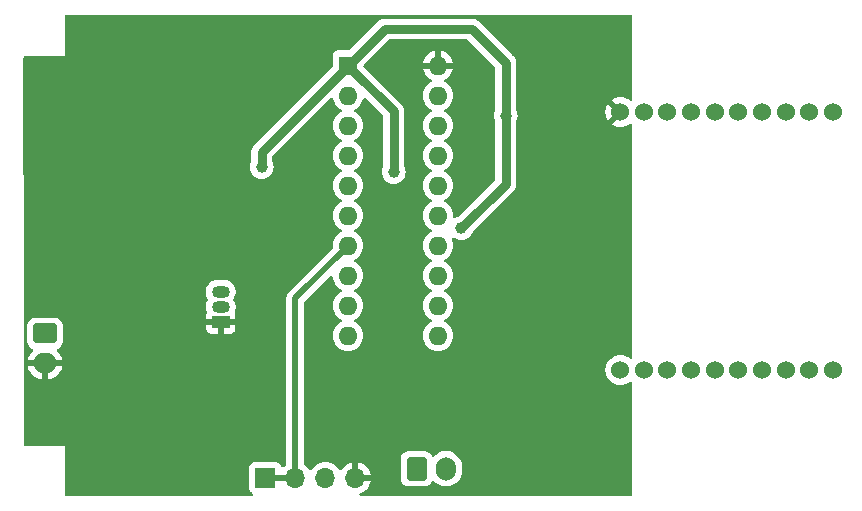
<source format=gbl>
G04 #@! TF.GenerationSoftware,KiCad,Pcbnew,8.0.6*
G04 #@! TF.CreationDate,2025-02-13T22:05:00-07:00*
G04 #@! TF.ProjectId,PACS_1.0,50414353-5f31-42e3-902e-6b696361645f,rev?*
G04 #@! TF.SameCoordinates,Original*
G04 #@! TF.FileFunction,Copper,L2,Bot*
G04 #@! TF.FilePolarity,Positive*
%FSLAX46Y46*%
G04 Gerber Fmt 4.6, Leading zero omitted, Abs format (unit mm)*
G04 Created by KiCad (PCBNEW 8.0.6) date 2025-02-13 22:05:00*
%MOMM*%
%LPD*%
G01*
G04 APERTURE LIST*
G04 Aperture macros list*
%AMRoundRect*
0 Rectangle with rounded corners*
0 $1 Rounding radius*
0 $2 $3 $4 $5 $6 $7 $8 $9 X,Y pos of 4 corners*
0 Add a 4 corners polygon primitive as box body*
4,1,4,$2,$3,$4,$5,$6,$7,$8,$9,$2,$3,0*
0 Add four circle primitives for the rounded corners*
1,1,$1+$1,$2,$3*
1,1,$1+$1,$4,$5*
1,1,$1+$1,$6,$7*
1,1,$1+$1,$8,$9*
0 Add four rect primitives between the rounded corners*
20,1,$1+$1,$2,$3,$4,$5,0*
20,1,$1+$1,$4,$5,$6,$7,0*
20,1,$1+$1,$6,$7,$8,$9,0*
20,1,$1+$1,$8,$9,$2,$3,0*%
G04 Aperture macros list end*
G04 #@! TA.AperFunction,ComponentPad*
%ADD10R,1.500000X1.050000*%
G04 #@! TD*
G04 #@! TA.AperFunction,ComponentPad*
%ADD11O,1.500000X1.050000*%
G04 #@! TD*
G04 #@! TA.AperFunction,ComponentPad*
%ADD12R,1.600000X1.600000*%
G04 #@! TD*
G04 #@! TA.AperFunction,ComponentPad*
%ADD13O,1.600000X1.600000*%
G04 #@! TD*
G04 #@! TA.AperFunction,ComponentPad*
%ADD14R,1.700000X1.700000*%
G04 #@! TD*
G04 #@! TA.AperFunction,ComponentPad*
%ADD15O,1.700000X1.700000*%
G04 #@! TD*
G04 #@! TA.AperFunction,ComponentPad*
%ADD16RoundRect,0.250000X-0.750000X0.600000X-0.750000X-0.600000X0.750000X-0.600000X0.750000X0.600000X0*%
G04 #@! TD*
G04 #@! TA.AperFunction,ComponentPad*
%ADD17O,2.000000X1.700000*%
G04 #@! TD*
G04 #@! TA.AperFunction,ComponentPad*
%ADD18RoundRect,0.250000X-0.600000X-0.750000X0.600000X-0.750000X0.600000X0.750000X-0.600000X0.750000X0*%
G04 #@! TD*
G04 #@! TA.AperFunction,ComponentPad*
%ADD19O,1.700000X2.000000*%
G04 #@! TD*
G04 #@! TA.AperFunction,ComponentPad*
%ADD20C,1.524000*%
G04 #@! TD*
G04 #@! TA.AperFunction,ViaPad*
%ADD21C,0.600000*%
G04 #@! TD*
G04 #@! TA.AperFunction,ViaPad*
%ADD22C,1.000000*%
G04 #@! TD*
G04 #@! TA.AperFunction,Conductor*
%ADD23C,0.750000*%
G04 #@! TD*
G04 #@! TA.AperFunction,Conductor*
%ADD24C,0.500000*%
G04 #@! TD*
G04 APERTURE END LIST*
D10*
X160925000Y-96020000D03*
D11*
X160925000Y-94750000D03*
X160925000Y-93480000D03*
D12*
X171700000Y-74325000D03*
D13*
X171700000Y-76865000D03*
X171700000Y-79405000D03*
X171700000Y-81945000D03*
X171700000Y-84485000D03*
X171700000Y-87025000D03*
X171700000Y-89565000D03*
X171700000Y-92105000D03*
X171700000Y-94645000D03*
X171700000Y-97185000D03*
X179320000Y-97185000D03*
X179320000Y-94645000D03*
X179320000Y-92105000D03*
X179320000Y-89565000D03*
X179320000Y-87025000D03*
X179320000Y-84485000D03*
X179320000Y-81945000D03*
X179320000Y-79405000D03*
X179320000Y-76865000D03*
X179320000Y-74325000D03*
D14*
X164700000Y-109225000D03*
D15*
X167240000Y-109225000D03*
X169780000Y-109225000D03*
X172320000Y-109225000D03*
D16*
X146050000Y-97000000D03*
D17*
X146050000Y-99500000D03*
D18*
X177500000Y-108450000D03*
D19*
X180000000Y-108450000D03*
D20*
X212750000Y-78250000D03*
X210750000Y-78250000D03*
X208750000Y-78250000D03*
X206750000Y-78250000D03*
X204750000Y-78250000D03*
X202750000Y-78250000D03*
X200750000Y-78250000D03*
X198750000Y-78250000D03*
X196750000Y-78250000D03*
X194750000Y-78250000D03*
X194750000Y-100094000D03*
X196750000Y-100094000D03*
X198750000Y-100094000D03*
X200750000Y-100094000D03*
X202750000Y-100094000D03*
X204750000Y-100094000D03*
X206750000Y-100094000D03*
X208750000Y-100094000D03*
X210750000Y-100094000D03*
X212750000Y-100094000D03*
D21*
X183250000Y-109800000D03*
X175650000Y-105550000D03*
X185525000Y-100825000D03*
X191250000Y-99850000D03*
X165150000Y-75800000D03*
X153300000Y-89800000D03*
X156574169Y-98500000D03*
X161150000Y-86200000D03*
X182025000Y-101875000D03*
X153100000Y-107850000D03*
X176500000Y-101350000D03*
X146061436Y-93864838D03*
X157050000Y-94650000D03*
X150775000Y-105750000D03*
X163425000Y-98975000D03*
X187825000Y-103025000D03*
X187850000Y-108650000D03*
X157650000Y-110150000D03*
X153300000Y-88650000D03*
X161150000Y-83950000D03*
X161050000Y-103450000D03*
X169000000Y-80950000D03*
X173800000Y-92225000D03*
X164600000Y-98975000D03*
X160000000Y-83950000D03*
X177250000Y-97850000D03*
X151925000Y-105750000D03*
X166550000Y-87900000D03*
X153075000Y-105750000D03*
X147195412Y-86168778D03*
X168650000Y-87900000D03*
X166100000Y-81800000D03*
X147850000Y-74350000D03*
X169000000Y-78950000D03*
X159950000Y-104600000D03*
X164600000Y-101150000D03*
X162800000Y-72850000D03*
X152500000Y-73050000D03*
X191650000Y-79200000D03*
X190500000Y-77050000D03*
X184400000Y-106350000D03*
X165700000Y-100125000D03*
X169900000Y-106700000D03*
X165350000Y-86600000D03*
X178350000Y-99000000D03*
X193875000Y-82450000D03*
X174300000Y-100325000D03*
X164025000Y-70850000D03*
X183250000Y-108650000D03*
X145075000Y-101350000D03*
X146225000Y-105750000D03*
X161050000Y-102500000D03*
X156500000Y-110150000D03*
X184375000Y-104175000D03*
X186300000Y-86850000D03*
X162850000Y-79600000D03*
X155375000Y-103450000D03*
X180878892Y-98562928D03*
X162800000Y-70850000D03*
X182025000Y-100825000D03*
X160600000Y-82900000D03*
X151950000Y-109000000D03*
X184400000Y-108650000D03*
X144600000Y-79631222D03*
X157625000Y-103450000D03*
X148200000Y-99500000D03*
X146061436Y-91664838D03*
X165700000Y-97825000D03*
X146061436Y-95014838D03*
X144600000Y-74381222D03*
X162200000Y-107850000D03*
X152500000Y-78200000D03*
X146045412Y-87218778D03*
X160500000Y-70850000D03*
X144595412Y-75400000D03*
X180875000Y-99700000D03*
X180900000Y-100825000D03*
X151925000Y-104600000D03*
X177250000Y-86800000D03*
X157700000Y-86200000D03*
X149423072Y-92826866D03*
X190100000Y-101875000D03*
X150275000Y-71900000D03*
X168475000Y-70850000D03*
X195025000Y-81400000D03*
X163425000Y-97825000D03*
X164600000Y-100125000D03*
X193550000Y-108650000D03*
X148273072Y-92826866D03*
X168800000Y-106700000D03*
X177250000Y-88975000D03*
X191300000Y-71000000D03*
X144911436Y-93864838D03*
X177250000Y-82200000D03*
X153650000Y-71900000D03*
X161750000Y-79600000D03*
X144895412Y-85118778D03*
X159950000Y-107850000D03*
X176500000Y-102500000D03*
X193875000Y-84750000D03*
X154795412Y-80268778D03*
X190100000Y-108650000D03*
X153300000Y-90950000D03*
X168650000Y-86750000D03*
X175650000Y-107850000D03*
X160750000Y-88650000D03*
X147375000Y-103450000D03*
X175400000Y-102500000D03*
X170000000Y-78950000D03*
X192725000Y-82450000D03*
X185550000Y-108650000D03*
X165850000Y-92250000D03*
X153650000Y-79250000D03*
X156525000Y-105750000D03*
X187825000Y-100825000D03*
X158300000Y-79600000D03*
X148273072Y-93876866D03*
X176125000Y-74450000D03*
X183175000Y-101875000D03*
X150800000Y-106700000D03*
X185550000Y-106350000D03*
X192725000Y-83600000D03*
X148500000Y-109000000D03*
X191250000Y-105325000D03*
X170000000Y-81950000D03*
X194700000Y-103025000D03*
X161150000Y-87350000D03*
X151925000Y-103450000D03*
X173200000Y-101350000D03*
X147211436Y-90614838D03*
X194750000Y-72200000D03*
X147195412Y-85118778D03*
X158850000Y-85100000D03*
X151950000Y-110150000D03*
X192400000Y-100825000D03*
X183227265Y-99848703D03*
X150573072Y-93876866D03*
X151350000Y-71900000D03*
X162850000Y-82900000D03*
X186850000Y-94075000D03*
X173800000Y-85650000D03*
X161750000Y-77300000D03*
X186675000Y-104175000D03*
X153650000Y-70850000D03*
X187450000Y-86850000D03*
X145745412Y-75400000D03*
X158800000Y-107850000D03*
X163300000Y-87750000D03*
X149125000Y-70850000D03*
X177250000Y-84500000D03*
X181550000Y-75200000D03*
X156500000Y-106700000D03*
X156525000Y-103450000D03*
X160600000Y-81750000D03*
X188950000Y-105325000D03*
X153645412Y-80268778D03*
X192400000Y-101875000D03*
X194700000Y-105325000D03*
X158800000Y-109000000D03*
X175650000Y-106700000D03*
X168800000Y-105550000D03*
X158300000Y-82900000D03*
X193525000Y-71000000D03*
X162200000Y-102300000D03*
X151950000Y-106700000D03*
X174300000Y-101350000D03*
X150350000Y-80600000D03*
X150800000Y-107850000D03*
X193875000Y-83600000D03*
X184375000Y-103025000D03*
X186675000Y-72150000D03*
X190500000Y-80250000D03*
X192400000Y-99850000D03*
X186675000Y-100825000D03*
X167325000Y-70850000D03*
X150800000Y-110150000D03*
X188950000Y-107500000D03*
X155375000Y-105750000D03*
X159050000Y-92350000D03*
X188950000Y-103025000D03*
X173800000Y-97850000D03*
X184450000Y-71000000D03*
X153645412Y-77168778D03*
X154200000Y-106700000D03*
X182375000Y-90950000D03*
X175350000Y-100350000D03*
X185527265Y-99848703D03*
X169900000Y-102300000D03*
X150350000Y-79750000D03*
X169950000Y-77850000D03*
X159950000Y-103450000D03*
X146061436Y-90614838D03*
X152495412Y-77168778D03*
X158850000Y-83950000D03*
X187450000Y-85025000D03*
X162250000Y-91450000D03*
X152500000Y-70850000D03*
X187850000Y-106350000D03*
X163450000Y-106700000D03*
X148525000Y-105750000D03*
X164000000Y-80100000D03*
X165700000Y-101150000D03*
X168800000Y-101150000D03*
X153100000Y-110150000D03*
X158200000Y-71900000D03*
X173800000Y-95550000D03*
X161050000Y-109000000D03*
X144911436Y-90614838D03*
X155375000Y-104600000D03*
X185550000Y-109800000D03*
X173800000Y-94400000D03*
X159450000Y-81750000D03*
X159950000Y-105750000D03*
X153000000Y-99800000D03*
X193550000Y-106350000D03*
X145750000Y-79631222D03*
X150775000Y-103450000D03*
X174450000Y-107850000D03*
X190100000Y-107500000D03*
X184400000Y-105350000D03*
X154825000Y-71900000D03*
X167550000Y-89000000D03*
X165850000Y-93400000D03*
X173350000Y-106700000D03*
X157050000Y-92350000D03*
X154200000Y-109000000D03*
X145750000Y-74381222D03*
X190500000Y-85825000D03*
X159450000Y-80600000D03*
X151350000Y-70850000D03*
X161050000Y-110150000D03*
X146061436Y-92714838D03*
X186675000Y-103025000D03*
X156500000Y-107850000D03*
X160500000Y-72850000D03*
X177250000Y-92225000D03*
X166300000Y-75800000D03*
X168800000Y-98975000D03*
X195025000Y-82450000D03*
X167550000Y-86750000D03*
X170000000Y-79950000D03*
X144895412Y-89518778D03*
X191250000Y-107500000D03*
X190100000Y-104175000D03*
X177250000Y-96700000D03*
X161750000Y-82900000D03*
X193550000Y-107500000D03*
X155838275Y-97695474D03*
X168800000Y-100125000D03*
X188050000Y-94075000D03*
X164600000Y-103450000D03*
X157625000Y-104600000D03*
X192725000Y-84750000D03*
X153650000Y-73050000D03*
X194700000Y-108650000D03*
X177250000Y-87825000D03*
X144595412Y-78600000D03*
X167050000Y-80950000D03*
X159050000Y-95650000D03*
X158057085Y-92357596D03*
X170675000Y-70850000D03*
X158050000Y-95650000D03*
X188050000Y-93200000D03*
X165700000Y-98975000D03*
X190500000Y-88125000D03*
X176125000Y-75550000D03*
X169550000Y-70850000D03*
X159950000Y-110150000D03*
X146045412Y-88368778D03*
X185525000Y-104175000D03*
X148500000Y-106700000D03*
X190500000Y-84750000D03*
X158300000Y-80600000D03*
X169900000Y-98975000D03*
X175400000Y-101350000D03*
X169750000Y-86750000D03*
X162850000Y-78450000D03*
X150300000Y-98450000D03*
X180725000Y-85775000D03*
X161750000Y-78450000D03*
X163450000Y-105550000D03*
X158057085Y-93475000D03*
X153650000Y-76150000D03*
X165700000Y-106700000D03*
X152495412Y-74068778D03*
X165150000Y-76800000D03*
X187825000Y-101875000D03*
X147375000Y-104600000D03*
X193875000Y-80250000D03*
X153645412Y-74068778D03*
X166250000Y-70850000D03*
X183175000Y-100825000D03*
X163575000Y-92250000D03*
X177250000Y-85650000D03*
X170000000Y-83950000D03*
X164000000Y-78950000D03*
X164000000Y-77800000D03*
X193550000Y-104175000D03*
X161900000Y-88650000D03*
X148500000Y-110150000D03*
X164600000Y-102300000D03*
X177250000Y-74450000D03*
X148200000Y-85100000D03*
X191650000Y-88125000D03*
X168800000Y-104400000D03*
X144600000Y-76531222D03*
X161050000Y-104600000D03*
X195025000Y-84750000D03*
X158775000Y-104600000D03*
X184400000Y-109800000D03*
X145075000Y-103450000D03*
X146225000Y-102400000D03*
X145075000Y-102400000D03*
X162150000Y-86600000D03*
X149650000Y-106700000D03*
X186700000Y-107500000D03*
X169550000Y-71950000D03*
X192400000Y-109800000D03*
X192725000Y-77050000D03*
X185700000Y-94075000D03*
X191250000Y-109800000D03*
X158775000Y-105750000D03*
X189100000Y-99800000D03*
X150800000Y-109000000D03*
X191650000Y-81400000D03*
X161650000Y-70850000D03*
X160000000Y-86200000D03*
X191650000Y-85825000D03*
X187050000Y-90600000D03*
X194700000Y-107500000D03*
X187450000Y-83325000D03*
X190500000Y-82450000D03*
X148200000Y-86150000D03*
X159450000Y-82900000D03*
X146704588Y-75481222D03*
X148525000Y-104600000D03*
X146700000Y-74350000D03*
X187450000Y-84150000D03*
X153100000Y-106700000D03*
X155350000Y-109000000D03*
X157650000Y-107850000D03*
X166300000Y-77800000D03*
X148200000Y-89500000D03*
X190100000Y-100825000D03*
X160600000Y-80600000D03*
X165175000Y-70850000D03*
X183250000Y-107500000D03*
X150775000Y-104600000D03*
X145750000Y-77581222D03*
X158200000Y-70850000D03*
X159950000Y-109000000D03*
X187850000Y-107500000D03*
X163300000Y-86600000D03*
X180950000Y-75950000D03*
X159350000Y-70850000D03*
X161050000Y-106700000D03*
X157050000Y-70850000D03*
X153300000Y-87600000D03*
X169900000Y-105550000D03*
X193550000Y-105325000D03*
X160600000Y-79600000D03*
X186700000Y-105350000D03*
X174950000Y-74450000D03*
X173800000Y-86800000D03*
X147195412Y-88368778D03*
X161750000Y-80600000D03*
X167550000Y-87900000D03*
X194700000Y-106350000D03*
X177250000Y-76700000D03*
X181225000Y-91825000D03*
X177250000Y-83350000D03*
X195025000Y-83600000D03*
X185550000Y-107500000D03*
X165700000Y-103450000D03*
X146225000Y-104600000D03*
X190100000Y-105325000D03*
X169900000Y-100125000D03*
X157700000Y-85100000D03*
X192725000Y-85775000D03*
X177250000Y-91075000D03*
X165350000Y-87750000D03*
X158850000Y-86200000D03*
X194700000Y-101875000D03*
X173800000Y-89925000D03*
X170000000Y-80950000D03*
X145750000Y-80681222D03*
X173800000Y-88975000D03*
X168000000Y-80950000D03*
X160000000Y-87350000D03*
X161050000Y-105750000D03*
X168800000Y-103450000D03*
X149350000Y-79750000D03*
X148500000Y-107850000D03*
X153650000Y-81300000D03*
X173200000Y-99175000D03*
X157050000Y-93500000D03*
X195025000Y-80250000D03*
X186675000Y-71000000D03*
X144900000Y-83050000D03*
X158775000Y-103450000D03*
X185525000Y-101875000D03*
X173200000Y-102500000D03*
X185700000Y-93200000D03*
X164000000Y-76800000D03*
X154800000Y-79250000D03*
X149250000Y-98450000D03*
X190025000Y-71000000D03*
X149650000Y-109000000D03*
X190500000Y-81400000D03*
X191250000Y-100825000D03*
X186700000Y-108650000D03*
X171825000Y-71950000D03*
X174450000Y-106700000D03*
X167000000Y-92250000D03*
X186300000Y-85025000D03*
X173800000Y-96700000D03*
X159450000Y-78450000D03*
X154225000Y-104600000D03*
X156500000Y-109000000D03*
X192400000Y-108650000D03*
X153300000Y-86550000D03*
X186700000Y-106350000D03*
X147211436Y-95014838D03*
X186300000Y-84150000D03*
X164350000Y-87750000D03*
X154800000Y-78200000D03*
X148200000Y-87200000D03*
X172900000Y-70850000D03*
X144911436Y-92714838D03*
X191250000Y-101875000D03*
X192725000Y-86975000D03*
X190100000Y-99850000D03*
X158057085Y-94625000D03*
X192400000Y-105325000D03*
X192400000Y-104175000D03*
X156600000Y-85100000D03*
X149430062Y-91654941D03*
X167450000Y-76800000D03*
X184375000Y-101875000D03*
X150573072Y-95026866D03*
X192400000Y-103025000D03*
X185525000Y-103025000D03*
X172175000Y-106700000D03*
X175650000Y-109000000D03*
X160600000Y-78450000D03*
X159450000Y-79600000D03*
X192725000Y-78050000D03*
X190100000Y-109800000D03*
X190500000Y-78050000D03*
X163425000Y-101150000D03*
X149675000Y-104600000D03*
X154200000Y-107850000D03*
X154225000Y-105750000D03*
X187850000Y-105350000D03*
X158300000Y-81750000D03*
X152500000Y-76150000D03*
X158300000Y-78450000D03*
X193525000Y-72150000D03*
X173800000Y-84500000D03*
X192400000Y-107500000D03*
X161650000Y-72850000D03*
X177250000Y-75550000D03*
X164600000Y-106700000D03*
X154200000Y-110150000D03*
X181025000Y-74350000D03*
X185600000Y-71000000D03*
X173800000Y-93375000D03*
X159050000Y-94625000D03*
X146225000Y-103450000D03*
X162200000Y-103450000D03*
X192400000Y-106350000D03*
X160500000Y-71900000D03*
X188950000Y-104175000D03*
X168800000Y-102300000D03*
X161050000Y-107850000D03*
X157700000Y-83950000D03*
X156600000Y-87350000D03*
X182050000Y-74450000D03*
X169000000Y-79950000D03*
X146750000Y-76500000D03*
X153075000Y-104600000D03*
X162200000Y-104600000D03*
X144895412Y-86168778D03*
X173800000Y-82200000D03*
X191300000Y-72150000D03*
X170675000Y-71950000D03*
X193875000Y-85775000D03*
X144895412Y-88368778D03*
X186300000Y-85975000D03*
X161650000Y-71900000D03*
X158800000Y-110150000D03*
X164600000Y-104400000D03*
X190500000Y-86975000D03*
X187850000Y-109800000D03*
X191650000Y-84750000D03*
X159050000Y-93475000D03*
X186275000Y-88750000D03*
X191650000Y-77050000D03*
X153075000Y-103450000D03*
X148200000Y-88350000D03*
X159950000Y-106700000D03*
X165700000Y-102300000D03*
X169900000Y-101150000D03*
X190100000Y-103025000D03*
X169000000Y-81950000D03*
X192450000Y-72150000D03*
X152500000Y-75100000D03*
X144895412Y-87218778D03*
X162200000Y-105750000D03*
X144600000Y-77581222D03*
X188950000Y-108650000D03*
X149650000Y-110150000D03*
X146045412Y-86168778D03*
X148525000Y-103450000D03*
X148450000Y-79750000D03*
X157650000Y-109000000D03*
X147195412Y-87218778D03*
X147211436Y-93864838D03*
X145745412Y-81700000D03*
X162850000Y-81750000D03*
X149125000Y-71900000D03*
X162200000Y-109000000D03*
X164600000Y-97825000D03*
X163425000Y-103450000D03*
X185350000Y-85975000D03*
X165700000Y-104400000D03*
X163450000Y-104400000D03*
X164750000Y-93400000D03*
X147375000Y-102400000D03*
X164350000Y-86600000D03*
X174450000Y-109000000D03*
X155350000Y-107850000D03*
X191650000Y-86975000D03*
X155975000Y-70850000D03*
X188950000Y-106350000D03*
X158850000Y-87350000D03*
X174300000Y-99175000D03*
X182375000Y-91825000D03*
X154100000Y-99800000D03*
X193875000Y-81400000D03*
X194800000Y-71025000D03*
X155350000Y-106700000D03*
X144911436Y-95014838D03*
X187450000Y-85975000D03*
X147375000Y-105750000D03*
X162200000Y-110150000D03*
X186700000Y-109800000D03*
X171825000Y-70850000D03*
X166300000Y-76800000D03*
X193550000Y-109800000D03*
X174300000Y-102500000D03*
X167450000Y-75800000D03*
X164000000Y-75800000D03*
X191250000Y-104175000D03*
X166550000Y-86750000D03*
X190500000Y-83600000D03*
X193550000Y-101875000D03*
X179650000Y-99700000D03*
X158300000Y-77300000D03*
X181675000Y-85775000D03*
X157625000Y-105750000D03*
X192725000Y-80250000D03*
X169900000Y-103450000D03*
X144900000Y-84100000D03*
X188950000Y-109800000D03*
X186675000Y-101875000D03*
X165700000Y-105550000D03*
X161750000Y-81750000D03*
X158200000Y-72850000D03*
X162850000Y-77300000D03*
X159350000Y-71900000D03*
X191650000Y-83600000D03*
X160600000Y-77300000D03*
X144595412Y-81700000D03*
X163425000Y-102300000D03*
X193550000Y-103025000D03*
X187800000Y-72150000D03*
X154225000Y-103450000D03*
X149350000Y-80600000D03*
X182025000Y-99700000D03*
X146050000Y-83050000D03*
X160250000Y-99750000D03*
X156600000Y-86200000D03*
X181225000Y-90950000D03*
X187825000Y-104175000D03*
X160000000Y-85100000D03*
X146045412Y-89518778D03*
X186300000Y-83325000D03*
X176125000Y-76700000D03*
X186500000Y-99850000D03*
X145750000Y-76531222D03*
X188950000Y-101875000D03*
X186850000Y-93200000D03*
X148450000Y-80600000D03*
X169900000Y-104400000D03*
X158800000Y-106700000D03*
X191650000Y-82450000D03*
X153100000Y-109000000D03*
X173800000Y-87825000D03*
X147211436Y-92714838D03*
X155350000Y-110150000D03*
X191650000Y-78050000D03*
X162550000Y-92800000D03*
X165150000Y-78950000D03*
X162800000Y-71900000D03*
X147854588Y-75481222D03*
X190500000Y-79200000D03*
X146050000Y-84100000D03*
X188950000Y-100825000D03*
X188950000Y-71000000D03*
X162200000Y-106700000D03*
X192725000Y-81400000D03*
X189200000Y-93200000D03*
X148216024Y-90596060D03*
X145075000Y-104600000D03*
X191250000Y-103025000D03*
X185350000Y-86850000D03*
X156525000Y-104600000D03*
X145745412Y-78600000D03*
X177250000Y-94400000D03*
X144600000Y-80681222D03*
X149423072Y-95026866D03*
X161150000Y-85100000D03*
X147195412Y-89518778D03*
X146225000Y-101350000D03*
X177250000Y-95550000D03*
X147211436Y-91664838D03*
X192725000Y-79200000D03*
X149423072Y-93876866D03*
X191650000Y-80250000D03*
X184377265Y-99848703D03*
X174950000Y-75550000D03*
X149675000Y-103450000D03*
X165150000Y-77800000D03*
X185600000Y-72150000D03*
X153650000Y-75100000D03*
X162850000Y-80600000D03*
X157050000Y-71900000D03*
X157425000Y-99000000D03*
X162150000Y-87750000D03*
X185550000Y-105350000D03*
X173800000Y-83350000D03*
X168000000Y-79950000D03*
X151950000Y-107850000D03*
X159350000Y-72850000D03*
X184375000Y-100825000D03*
X150573072Y-92826866D03*
X145075000Y-105750000D03*
X187800000Y-71000000D03*
X192450000Y-71000000D03*
X154800000Y-81300000D03*
X182375000Y-92775000D03*
X164600000Y-105550000D03*
X149650000Y-107850000D03*
X148273072Y-95026866D03*
X190025000Y-72150000D03*
X144911436Y-91664838D03*
X148200000Y-98450000D03*
X177250000Y-89925000D03*
X157650000Y-106700000D03*
X164750000Y-92250000D03*
X163425000Y-100125000D03*
X188950000Y-72150000D03*
X173200000Y-100325000D03*
X148280062Y-91654941D03*
X154825000Y-70850000D03*
X171075000Y-106700000D03*
X183250000Y-106350000D03*
X173825000Y-74450000D03*
X194700000Y-104175000D03*
X184400000Y-107500000D03*
X191250000Y-108650000D03*
X152500000Y-71900000D03*
X170000000Y-82950000D03*
X163575000Y-93400000D03*
X194700000Y-109800000D03*
X174450000Y-105550000D03*
X157700000Y-87350000D03*
X146045412Y-85118778D03*
X147375000Y-101350000D03*
X155975000Y-71900000D03*
X159450000Y-77300000D03*
X149250000Y-99500000D03*
X190100000Y-106350000D03*
X185475000Y-90625000D03*
X153650000Y-78200000D03*
X173800000Y-91075000D03*
X147200000Y-84100000D03*
X177250000Y-93375000D03*
X149675000Y-105750000D03*
X150275000Y-70850000D03*
X191250000Y-106350000D03*
D22*
X185050000Y-78550000D03*
X175575000Y-83325000D03*
X181300000Y-88100000D03*
X164400000Y-82900000D03*
D23*
X164400000Y-82900000D02*
X164450000Y-82850000D01*
X175575000Y-78200000D02*
X175575000Y-83325000D01*
X185050000Y-78550000D02*
X185050000Y-74100000D01*
X164400000Y-82900000D02*
X164400000Y-81625000D01*
X185050000Y-74100000D02*
X182175000Y-71225000D01*
X164400000Y-81625000D02*
X171700000Y-74325000D01*
X171700000Y-74325000D02*
X175575000Y-78200000D01*
X182175000Y-71225000D02*
X174800000Y-71225000D01*
X171425000Y-74325000D02*
X171700000Y-74325000D01*
X174800000Y-71225000D02*
X171700000Y-74325000D01*
X181300000Y-88100000D02*
X185050000Y-84350000D01*
X185050000Y-84350000D02*
X185050000Y-78550000D01*
D24*
X164700000Y-109225000D02*
X167240000Y-109225000D01*
X167240000Y-94025000D02*
X171700000Y-89565000D01*
X167240000Y-109225000D02*
X167240000Y-94025000D01*
G04 #@! TA.AperFunction,Conductor*
G36*
X195693039Y-70019685D02*
G01*
X195738794Y-70072489D01*
X195750000Y-70124000D01*
X195750000Y-77171388D01*
X195730315Y-77238427D01*
X195677511Y-77284182D01*
X195608353Y-77294126D01*
X195554876Y-77272963D01*
X195383409Y-77152900D01*
X195383407Y-77152899D01*
X195183284Y-77059580D01*
X195183270Y-77059575D01*
X194969986Y-77002426D01*
X194969976Y-77002424D01*
X194750001Y-76983179D01*
X194749999Y-76983179D01*
X194530023Y-77002424D01*
X194530013Y-77002426D01*
X194316729Y-77059575D01*
X194316720Y-77059579D01*
X194116590Y-77152901D01*
X194051811Y-77198258D01*
X194722553Y-77869000D01*
X194699840Y-77869000D01*
X194602939Y-77894964D01*
X194516060Y-77945124D01*
X194445124Y-78016060D01*
X194394964Y-78102939D01*
X194369000Y-78199840D01*
X194369000Y-78222553D01*
X193698258Y-77551811D01*
X193652901Y-77616590D01*
X193559579Y-77816720D01*
X193559575Y-77816729D01*
X193502426Y-78030013D01*
X193502424Y-78030023D01*
X193483179Y-78249999D01*
X193483179Y-78250000D01*
X193502424Y-78469976D01*
X193502426Y-78469986D01*
X193559575Y-78683270D01*
X193559580Y-78683284D01*
X193652898Y-78883405D01*
X193652901Y-78883411D01*
X193698258Y-78948187D01*
X193698259Y-78948188D01*
X194369000Y-78277447D01*
X194369000Y-78300160D01*
X194394964Y-78397061D01*
X194445124Y-78483940D01*
X194516060Y-78554876D01*
X194602939Y-78605036D01*
X194699840Y-78631000D01*
X194722551Y-78631000D01*
X194051810Y-79301740D01*
X194116590Y-79347099D01*
X194116592Y-79347100D01*
X194316715Y-79440419D01*
X194316729Y-79440424D01*
X194530013Y-79497573D01*
X194530023Y-79497575D01*
X194749999Y-79516821D01*
X194750001Y-79516821D01*
X194969976Y-79497575D01*
X194969986Y-79497573D01*
X195183270Y-79440424D01*
X195183284Y-79440419D01*
X195383407Y-79347100D01*
X195383417Y-79347094D01*
X195554876Y-79227037D01*
X195621082Y-79204709D01*
X195688849Y-79221719D01*
X195736663Y-79272666D01*
X195750000Y-79328611D01*
X195750000Y-99014776D01*
X195730315Y-99081815D01*
X195677511Y-99127570D01*
X195608353Y-99137514D01*
X195554877Y-99116351D01*
X195383666Y-98996468D01*
X195383662Y-98996466D01*
X195352172Y-98981782D01*
X195183450Y-98903106D01*
X195183447Y-98903105D01*
X195183445Y-98903104D01*
X194970070Y-98845930D01*
X194970062Y-98845929D01*
X194750002Y-98826677D01*
X194749998Y-98826677D01*
X194529937Y-98845929D01*
X194529929Y-98845930D01*
X194316554Y-98903104D01*
X194316548Y-98903107D01*
X194116340Y-98996465D01*
X194116338Y-98996466D01*
X193935377Y-99123175D01*
X193779175Y-99279377D01*
X193652466Y-99460338D01*
X193652465Y-99460340D01*
X193559107Y-99660548D01*
X193559104Y-99660554D01*
X193501930Y-99873929D01*
X193501929Y-99873937D01*
X193482677Y-100093997D01*
X193482677Y-100094002D01*
X193501929Y-100314062D01*
X193501930Y-100314070D01*
X193559104Y-100527445D01*
X193559105Y-100527447D01*
X193559106Y-100527450D01*
X193560166Y-100529723D01*
X193652466Y-100727662D01*
X193652468Y-100727666D01*
X193779170Y-100908615D01*
X193779175Y-100908621D01*
X193935378Y-101064824D01*
X193935384Y-101064829D01*
X194116333Y-101191531D01*
X194116335Y-101191532D01*
X194116338Y-101191534D01*
X194316550Y-101284894D01*
X194529932Y-101342070D01*
X194687123Y-101355822D01*
X194749998Y-101361323D01*
X194750000Y-101361323D01*
X194750002Y-101361323D01*
X194805017Y-101356509D01*
X194970068Y-101342070D01*
X195183450Y-101284894D01*
X195383662Y-101191534D01*
X195554878Y-101071647D01*
X195621083Y-101049321D01*
X195688850Y-101066331D01*
X195736663Y-101117279D01*
X195750000Y-101173223D01*
X195750000Y-110626000D01*
X195730315Y-110693039D01*
X195677511Y-110738794D01*
X195626000Y-110750000D01*
X172786498Y-110750000D01*
X172719459Y-110730315D01*
X172673704Y-110677511D01*
X172663760Y-110608353D01*
X172692785Y-110544797D01*
X172751563Y-110507023D01*
X172754404Y-110506225D01*
X172783485Y-110498432D01*
X172783492Y-110498429D01*
X172997578Y-110398600D01*
X173191082Y-110263105D01*
X173358105Y-110096082D01*
X173493600Y-109902578D01*
X173593429Y-109688492D01*
X173593432Y-109688486D01*
X173650636Y-109475000D01*
X172753012Y-109475000D01*
X172785925Y-109417993D01*
X172820000Y-109290826D01*
X172820000Y-109159174D01*
X172785925Y-109032007D01*
X172753012Y-108975000D01*
X173650636Y-108975000D01*
X173650635Y-108974999D01*
X173593432Y-108761513D01*
X173593429Y-108761507D01*
X173493600Y-108547422D01*
X173493599Y-108547420D01*
X173358113Y-108353926D01*
X173358108Y-108353920D01*
X173191082Y-108186894D01*
X172997578Y-108051399D01*
X172783492Y-107951570D01*
X172783486Y-107951567D01*
X172570000Y-107894364D01*
X172570000Y-108791988D01*
X172512993Y-108759075D01*
X172385826Y-108725000D01*
X172254174Y-108725000D01*
X172127007Y-108759075D01*
X172070000Y-108791988D01*
X172070000Y-107894364D01*
X172069999Y-107894364D01*
X171856513Y-107951567D01*
X171856507Y-107951570D01*
X171642422Y-108051399D01*
X171642420Y-108051400D01*
X171448926Y-108186886D01*
X171448920Y-108186891D01*
X171281891Y-108353920D01*
X171281890Y-108353922D01*
X171151880Y-108539595D01*
X171097303Y-108583219D01*
X171027804Y-108590412D01*
X170965450Y-108558890D01*
X170948730Y-108539594D01*
X170818494Y-108353597D01*
X170651402Y-108186506D01*
X170651395Y-108186501D01*
X170457834Y-108050967D01*
X170457830Y-108050965D01*
X170428521Y-108037298D01*
X170243663Y-107951097D01*
X170243659Y-107951096D01*
X170243655Y-107951094D01*
X170015413Y-107889938D01*
X170015403Y-107889936D01*
X169780001Y-107869341D01*
X169779999Y-107869341D01*
X169544596Y-107889936D01*
X169544586Y-107889938D01*
X169316344Y-107951094D01*
X169316335Y-107951098D01*
X169102171Y-108050964D01*
X169102169Y-108050965D01*
X168908597Y-108186505D01*
X168741505Y-108353597D01*
X168611575Y-108539158D01*
X168556998Y-108582783D01*
X168487500Y-108589977D01*
X168425145Y-108558454D01*
X168408425Y-108539158D01*
X168278494Y-108353597D01*
X168111404Y-108186507D01*
X168043375Y-108138872D01*
X167999751Y-108084294D01*
X167990500Y-108037298D01*
X167990500Y-107649983D01*
X176149500Y-107649983D01*
X176149500Y-109250001D01*
X176149501Y-109250018D01*
X176160000Y-109352796D01*
X176160001Y-109352799D01*
X176205894Y-109491294D01*
X176215186Y-109519334D01*
X176307288Y-109668656D01*
X176431344Y-109792712D01*
X176580666Y-109884814D01*
X176747203Y-109939999D01*
X176849991Y-109950500D01*
X178150008Y-109950499D01*
X178252797Y-109939999D01*
X178419334Y-109884814D01*
X178568656Y-109792712D01*
X178692712Y-109668656D01*
X178784814Y-109519334D01*
X178784814Y-109519331D01*
X178788178Y-109513879D01*
X178840126Y-109467154D01*
X178909088Y-109455931D01*
X178973170Y-109483774D01*
X178981398Y-109491294D01*
X179120213Y-109630109D01*
X179292179Y-109755048D01*
X179292181Y-109755049D01*
X179292184Y-109755051D01*
X179481588Y-109851557D01*
X179683757Y-109917246D01*
X179893713Y-109950500D01*
X179893714Y-109950500D01*
X180106286Y-109950500D01*
X180106287Y-109950500D01*
X180316243Y-109917246D01*
X180518412Y-109851557D01*
X180707816Y-109755051D01*
X180787673Y-109697032D01*
X180879786Y-109630109D01*
X180879788Y-109630106D01*
X180879792Y-109630104D01*
X181030104Y-109479792D01*
X181030106Y-109479788D01*
X181030109Y-109479786D01*
X181155048Y-109307820D01*
X181155047Y-109307820D01*
X181155051Y-109307816D01*
X181251557Y-109118412D01*
X181317246Y-108916243D01*
X181350500Y-108706287D01*
X181350500Y-108193713D01*
X181317246Y-107983757D01*
X181251557Y-107781588D01*
X181155051Y-107592184D01*
X181155049Y-107592181D01*
X181155048Y-107592179D01*
X181030109Y-107420213D01*
X180879786Y-107269890D01*
X180707820Y-107144951D01*
X180518414Y-107048444D01*
X180518413Y-107048443D01*
X180518412Y-107048443D01*
X180316243Y-106982754D01*
X180316241Y-106982753D01*
X180316240Y-106982753D01*
X180154957Y-106957208D01*
X180106287Y-106949500D01*
X179893713Y-106949500D01*
X179845042Y-106957208D01*
X179683760Y-106982753D01*
X179481585Y-107048444D01*
X179292179Y-107144951D01*
X179120215Y-107269889D01*
X178981398Y-107408706D01*
X178920075Y-107442190D01*
X178850383Y-107437206D01*
X178794450Y-107395334D01*
X178788178Y-107386120D01*
X178692712Y-107231344D01*
X178568657Y-107107289D01*
X178568656Y-107107288D01*
X178419334Y-107015186D01*
X178252797Y-106960001D01*
X178252795Y-106960000D01*
X178150010Y-106949500D01*
X176849998Y-106949500D01*
X176849981Y-106949501D01*
X176747203Y-106960000D01*
X176747200Y-106960001D01*
X176580668Y-107015185D01*
X176580663Y-107015187D01*
X176431342Y-107107289D01*
X176307289Y-107231342D01*
X176215187Y-107380663D01*
X176215185Y-107380668D01*
X176210325Y-107395334D01*
X176160001Y-107547203D01*
X176160001Y-107547204D01*
X176160000Y-107547204D01*
X176149500Y-107649983D01*
X167990500Y-107649983D01*
X167990500Y-94387228D01*
X168010185Y-94320189D01*
X168026814Y-94299552D01*
X170192568Y-92133797D01*
X170253891Y-92100313D01*
X170323583Y-92105297D01*
X170379516Y-92147169D01*
X170403777Y-92210671D01*
X170414364Y-92331687D01*
X170414366Y-92331694D01*
X170473258Y-92551488D01*
X170473261Y-92551497D01*
X170569431Y-92757732D01*
X170569432Y-92757734D01*
X170699954Y-92944141D01*
X170860858Y-93105045D01*
X170860861Y-93105047D01*
X171047266Y-93235568D01*
X171105275Y-93262618D01*
X171157714Y-93308791D01*
X171176866Y-93375984D01*
X171156650Y-93442865D01*
X171105275Y-93487382D01*
X171047267Y-93514431D01*
X171047265Y-93514432D01*
X170860858Y-93644954D01*
X170699954Y-93805858D01*
X170569432Y-93992265D01*
X170569431Y-93992267D01*
X170473261Y-94198502D01*
X170473258Y-94198511D01*
X170414366Y-94418302D01*
X170414364Y-94418313D01*
X170394532Y-94644998D01*
X170394532Y-94645001D01*
X170414364Y-94871686D01*
X170414366Y-94871697D01*
X170473258Y-95091488D01*
X170473261Y-95091497D01*
X170569431Y-95297732D01*
X170569432Y-95297734D01*
X170699954Y-95484141D01*
X170860858Y-95645045D01*
X170882216Y-95660000D01*
X171047266Y-95775568D01*
X171105275Y-95802618D01*
X171157714Y-95848791D01*
X171176866Y-95915984D01*
X171156650Y-95982865D01*
X171105275Y-96027382D01*
X171047267Y-96054431D01*
X171047265Y-96054432D01*
X170860858Y-96184954D01*
X170699954Y-96345858D01*
X170569432Y-96532265D01*
X170569431Y-96532267D01*
X170473261Y-96738502D01*
X170473258Y-96738511D01*
X170414366Y-96958302D01*
X170414364Y-96958313D01*
X170394532Y-97184998D01*
X170394532Y-97185001D01*
X170414364Y-97411686D01*
X170414366Y-97411697D01*
X170473258Y-97631488D01*
X170473261Y-97631497D01*
X170569431Y-97837732D01*
X170569432Y-97837734D01*
X170699954Y-98024141D01*
X170860858Y-98185045D01*
X170860861Y-98185047D01*
X171047266Y-98315568D01*
X171253504Y-98411739D01*
X171473308Y-98470635D01*
X171635230Y-98484801D01*
X171699998Y-98490468D01*
X171700000Y-98490468D01*
X171700002Y-98490468D01*
X171756673Y-98485509D01*
X171926692Y-98470635D01*
X172146496Y-98411739D01*
X172352734Y-98315568D01*
X172539139Y-98185047D01*
X172700047Y-98024139D01*
X172830568Y-97837734D01*
X172926739Y-97631496D01*
X172985635Y-97411692D01*
X173005468Y-97185000D01*
X172985635Y-96958308D01*
X172926739Y-96738504D01*
X172830568Y-96532266D01*
X172700047Y-96345861D01*
X172700045Y-96345858D01*
X172539141Y-96184954D01*
X172352734Y-96054432D01*
X172352728Y-96054429D01*
X172294725Y-96027382D01*
X172242285Y-95981210D01*
X172223133Y-95914017D01*
X172243348Y-95847135D01*
X172294725Y-95802618D01*
X172352734Y-95775568D01*
X172539139Y-95645047D01*
X172700047Y-95484139D01*
X172830568Y-95297734D01*
X172926739Y-95091496D01*
X172985635Y-94871692D01*
X173005468Y-94645000D01*
X172985635Y-94418308D01*
X172926739Y-94198504D01*
X172830568Y-93992266D01*
X172700047Y-93805861D01*
X172700045Y-93805858D01*
X172539141Y-93644954D01*
X172352734Y-93514432D01*
X172352728Y-93514429D01*
X172294725Y-93487382D01*
X172242285Y-93441210D01*
X172223133Y-93374017D01*
X172243348Y-93307135D01*
X172294725Y-93262618D01*
X172352734Y-93235568D01*
X172539139Y-93105047D01*
X172700047Y-92944139D01*
X172830568Y-92757734D01*
X172926739Y-92551496D01*
X172985635Y-92331692D01*
X173002634Y-92137384D01*
X173005468Y-92105001D01*
X173005468Y-92104998D01*
X172985635Y-91878313D01*
X172985635Y-91878308D01*
X172926739Y-91658504D01*
X172830568Y-91452266D01*
X172700047Y-91265861D01*
X172700045Y-91265858D01*
X172539141Y-91104954D01*
X172352734Y-90974432D01*
X172352728Y-90974429D01*
X172294725Y-90947382D01*
X172242285Y-90901210D01*
X172223133Y-90834017D01*
X172243348Y-90767135D01*
X172294725Y-90722618D01*
X172352734Y-90695568D01*
X172539139Y-90565047D01*
X172700047Y-90404139D01*
X172830568Y-90217734D01*
X172926739Y-90011496D01*
X172985635Y-89791692D01*
X173005468Y-89565000D01*
X172985635Y-89338308D01*
X172926739Y-89118504D01*
X172830568Y-88912266D01*
X172700047Y-88725861D01*
X172700045Y-88725858D01*
X172539141Y-88564954D01*
X172352734Y-88434432D01*
X172352728Y-88434429D01*
X172294725Y-88407382D01*
X172242285Y-88361210D01*
X172223133Y-88294017D01*
X172243348Y-88227135D01*
X172294725Y-88182618D01*
X172352734Y-88155568D01*
X172539139Y-88025047D01*
X172700047Y-87864139D01*
X172830568Y-87677734D01*
X172926739Y-87471496D01*
X172985635Y-87251692D01*
X173005468Y-87025000D01*
X172985635Y-86798308D01*
X172926739Y-86578504D01*
X172830568Y-86372266D01*
X172700047Y-86185861D01*
X172700045Y-86185858D01*
X172539141Y-86024954D01*
X172352734Y-85894432D01*
X172352728Y-85894429D01*
X172294725Y-85867382D01*
X172242285Y-85821210D01*
X172223133Y-85754017D01*
X172243348Y-85687135D01*
X172294725Y-85642618D01*
X172352734Y-85615568D01*
X172539139Y-85485047D01*
X172700047Y-85324139D01*
X172830568Y-85137734D01*
X172926739Y-84931496D01*
X172985635Y-84711692D01*
X173005468Y-84485000D01*
X172985635Y-84258308D01*
X172926739Y-84038504D01*
X172830568Y-83832266D01*
X172700047Y-83645861D01*
X172700045Y-83645858D01*
X172539141Y-83484954D01*
X172352734Y-83354432D01*
X172352728Y-83354429D01*
X172294725Y-83327382D01*
X172242285Y-83281210D01*
X172223133Y-83214017D01*
X172243348Y-83147135D01*
X172294725Y-83102618D01*
X172352734Y-83075568D01*
X172539139Y-82945047D01*
X172700047Y-82784139D01*
X172830568Y-82597734D01*
X172926739Y-82391496D01*
X172985635Y-82171692D01*
X173005468Y-81945000D01*
X172985635Y-81718308D01*
X172926739Y-81498504D01*
X172830568Y-81292266D01*
X172700047Y-81105861D01*
X172700045Y-81105858D01*
X172539141Y-80944954D01*
X172352734Y-80814432D01*
X172352728Y-80814429D01*
X172294725Y-80787382D01*
X172242285Y-80741210D01*
X172223133Y-80674017D01*
X172243348Y-80607135D01*
X172294725Y-80562618D01*
X172352734Y-80535568D01*
X172539139Y-80405047D01*
X172700047Y-80244139D01*
X172830568Y-80057734D01*
X172926739Y-79851496D01*
X172985635Y-79631692D01*
X173005468Y-79405000D01*
X172985635Y-79178308D01*
X172926739Y-78958504D01*
X172830568Y-78752266D01*
X172700047Y-78565861D01*
X172700045Y-78565858D01*
X172539141Y-78404954D01*
X172352734Y-78274432D01*
X172352728Y-78274429D01*
X172325038Y-78261517D01*
X172294724Y-78247381D01*
X172242285Y-78201210D01*
X172223133Y-78134017D01*
X172243348Y-78067135D01*
X172294725Y-78022618D01*
X172352734Y-77995568D01*
X172539139Y-77865047D01*
X172700047Y-77704139D01*
X172830568Y-77517734D01*
X172926739Y-77311496D01*
X172981381Y-77107564D01*
X173017744Y-77047908D01*
X173080591Y-77017378D01*
X173149967Y-77025672D01*
X173188836Y-77051980D01*
X174663181Y-78526325D01*
X174696666Y-78587648D01*
X174699500Y-78614006D01*
X174699500Y-82809469D01*
X174684858Y-82867922D01*
X174646188Y-82940267D01*
X174646186Y-82940272D01*
X174646186Y-82940273D01*
X174644738Y-82945047D01*
X174588975Y-83128870D01*
X174569659Y-83325000D01*
X174588975Y-83521129D01*
X174588976Y-83521132D01*
X174626811Y-83645858D01*
X174646188Y-83709733D01*
X174739086Y-83883532D01*
X174739090Y-83883539D01*
X174864116Y-84035883D01*
X175016460Y-84160909D01*
X175016467Y-84160913D01*
X175190266Y-84253811D01*
X175190269Y-84253811D01*
X175190273Y-84253814D01*
X175378868Y-84311024D01*
X175575000Y-84330341D01*
X175771132Y-84311024D01*
X175959727Y-84253814D01*
X176133538Y-84160910D01*
X176285883Y-84035883D01*
X176410910Y-83883538D01*
X176489819Y-83735910D01*
X176503811Y-83709733D01*
X176503811Y-83709732D01*
X176503814Y-83709727D01*
X176561024Y-83521132D01*
X176580341Y-83325000D01*
X176561024Y-83128868D01*
X176503814Y-82940273D01*
X176465142Y-82867922D01*
X176450500Y-82809469D01*
X176450500Y-78113768D01*
X176450499Y-78113766D01*
X176441553Y-78068791D01*
X176416855Y-77944626D01*
X176416853Y-77944621D01*
X176350861Y-77785301D01*
X176350854Y-77785288D01*
X176255046Y-77641902D01*
X176229483Y-77616339D01*
X176133099Y-77519955D01*
X173036818Y-74423674D01*
X173003333Y-74362351D01*
X173000499Y-74335993D01*
X173000499Y-74314006D01*
X173020184Y-74246967D01*
X173036818Y-74226325D01*
X175126325Y-72136819D01*
X175187648Y-72103334D01*
X175214006Y-72100500D01*
X181760994Y-72100500D01*
X181828033Y-72120185D01*
X181848675Y-72136819D01*
X184138181Y-74426325D01*
X184171666Y-74487648D01*
X184174500Y-74514006D01*
X184174500Y-78034469D01*
X184159858Y-78092922D01*
X184121188Y-78165267D01*
X184063975Y-78353870D01*
X184044659Y-78550000D01*
X184063975Y-78746129D01*
X184121187Y-78934730D01*
X184159858Y-79007076D01*
X184174500Y-79065530D01*
X184174500Y-83935993D01*
X184154815Y-84003032D01*
X184138181Y-84023674D01*
X181045462Y-87116392D01*
X180993777Y-87147371D01*
X180915271Y-87171186D01*
X180799771Y-87232922D01*
X180731368Y-87247164D01*
X180666124Y-87222164D01*
X180624754Y-87165859D01*
X180617790Y-87112756D01*
X180625468Y-87025000D01*
X180625468Y-87024998D01*
X180605635Y-86798313D01*
X180605635Y-86798308D01*
X180546739Y-86578504D01*
X180450568Y-86372266D01*
X180320047Y-86185861D01*
X180320045Y-86185858D01*
X180159141Y-86024954D01*
X179972734Y-85894432D01*
X179972728Y-85894429D01*
X179914725Y-85867382D01*
X179862285Y-85821210D01*
X179843133Y-85754017D01*
X179863348Y-85687135D01*
X179914725Y-85642618D01*
X179972734Y-85615568D01*
X180159139Y-85485047D01*
X180320047Y-85324139D01*
X180450568Y-85137734D01*
X180546739Y-84931496D01*
X180605635Y-84711692D01*
X180625468Y-84485000D01*
X180605635Y-84258308D01*
X180546739Y-84038504D01*
X180450568Y-83832266D01*
X180320047Y-83645861D01*
X180320045Y-83645858D01*
X180159141Y-83484954D01*
X179972734Y-83354432D01*
X179972728Y-83354429D01*
X179914725Y-83327382D01*
X179862285Y-83281210D01*
X179843133Y-83214017D01*
X179863348Y-83147135D01*
X179914725Y-83102618D01*
X179972734Y-83075568D01*
X180159139Y-82945047D01*
X180320047Y-82784139D01*
X180450568Y-82597734D01*
X180546739Y-82391496D01*
X180605635Y-82171692D01*
X180625468Y-81945000D01*
X180605635Y-81718308D01*
X180546739Y-81498504D01*
X180450568Y-81292266D01*
X180320047Y-81105861D01*
X180320045Y-81105858D01*
X180159141Y-80944954D01*
X179972734Y-80814432D01*
X179972728Y-80814429D01*
X179914725Y-80787382D01*
X179862285Y-80741210D01*
X179843133Y-80674017D01*
X179863348Y-80607135D01*
X179914725Y-80562618D01*
X179972734Y-80535568D01*
X180159139Y-80405047D01*
X180320047Y-80244139D01*
X180450568Y-80057734D01*
X180546739Y-79851496D01*
X180605635Y-79631692D01*
X180625468Y-79405000D01*
X180605635Y-79178308D01*
X180546739Y-78958504D01*
X180450568Y-78752266D01*
X180320047Y-78565861D01*
X180320045Y-78565858D01*
X180159141Y-78404954D01*
X179972734Y-78274432D01*
X179972728Y-78274429D01*
X179945038Y-78261517D01*
X179914724Y-78247381D01*
X179862285Y-78201210D01*
X179843133Y-78134017D01*
X179863348Y-78067135D01*
X179914725Y-78022618D01*
X179972734Y-77995568D01*
X180159139Y-77865047D01*
X180320047Y-77704139D01*
X180450568Y-77517734D01*
X180546739Y-77311496D01*
X180605635Y-77091692D01*
X180622634Y-76897384D01*
X180625468Y-76865001D01*
X180625468Y-76864998D01*
X180605635Y-76638313D01*
X180605635Y-76638308D01*
X180546739Y-76418504D01*
X180450568Y-76212266D01*
X180320047Y-76025861D01*
X180320045Y-76025858D01*
X180159141Y-75864954D01*
X179972734Y-75734432D01*
X179972732Y-75734431D01*
X179961275Y-75729088D01*
X179914132Y-75707105D01*
X179861694Y-75660934D01*
X179842542Y-75593740D01*
X179862758Y-75526859D01*
X179914134Y-75482341D01*
X179972484Y-75455132D01*
X180158820Y-75324657D01*
X180319657Y-75163820D01*
X180450134Y-74977482D01*
X180546265Y-74771326D01*
X180546269Y-74771317D01*
X180598872Y-74575000D01*
X179635686Y-74575000D01*
X179640080Y-74570606D01*
X179692741Y-74479394D01*
X179720000Y-74377661D01*
X179720000Y-74272339D01*
X179692741Y-74170606D01*
X179640080Y-74079394D01*
X179635686Y-74075000D01*
X180598872Y-74075000D01*
X180598872Y-74074999D01*
X180546269Y-73878682D01*
X180546265Y-73878673D01*
X180450134Y-73672517D01*
X180319657Y-73486179D01*
X180158820Y-73325342D01*
X179972482Y-73194865D01*
X179766328Y-73098734D01*
X179570000Y-73046127D01*
X179570000Y-74009314D01*
X179565606Y-74004920D01*
X179474394Y-73952259D01*
X179372661Y-73925000D01*
X179267339Y-73925000D01*
X179165606Y-73952259D01*
X179074394Y-74004920D01*
X179070000Y-74009314D01*
X179070000Y-73046127D01*
X178873671Y-73098734D01*
X178667517Y-73194865D01*
X178481179Y-73325342D01*
X178320342Y-73486179D01*
X178189865Y-73672517D01*
X178093734Y-73878673D01*
X178093730Y-73878682D01*
X178041127Y-74074999D01*
X178041128Y-74075000D01*
X179004314Y-74075000D01*
X178999920Y-74079394D01*
X178947259Y-74170606D01*
X178920000Y-74272339D01*
X178920000Y-74377661D01*
X178947259Y-74479394D01*
X178999920Y-74570606D01*
X179004314Y-74575000D01*
X178041128Y-74575000D01*
X178093730Y-74771317D01*
X178093734Y-74771326D01*
X178189865Y-74977482D01*
X178320342Y-75163820D01*
X178481179Y-75324657D01*
X178667518Y-75455134D01*
X178667520Y-75455135D01*
X178725865Y-75482342D01*
X178778305Y-75528514D01*
X178797457Y-75595707D01*
X178777242Y-75662589D01*
X178725867Y-75707105D01*
X178667268Y-75734431D01*
X178667264Y-75734433D01*
X178480858Y-75864954D01*
X178319954Y-76025858D01*
X178189432Y-76212265D01*
X178189431Y-76212267D01*
X178093261Y-76418502D01*
X178093258Y-76418511D01*
X178034366Y-76638302D01*
X178034364Y-76638313D01*
X178014532Y-76864998D01*
X178014532Y-76865001D01*
X178034364Y-77091686D01*
X178034366Y-77091697D01*
X178093258Y-77311488D01*
X178093261Y-77311497D01*
X178189431Y-77517732D01*
X178189432Y-77517734D01*
X178319954Y-77704141D01*
X178480858Y-77865045D01*
X178523587Y-77894964D01*
X178667266Y-77995568D01*
X178725275Y-78022618D01*
X178777714Y-78068791D01*
X178796866Y-78135984D01*
X178776650Y-78202865D01*
X178725275Y-78247381D01*
X178708272Y-78255310D01*
X178667267Y-78274431D01*
X178667265Y-78274432D01*
X178480858Y-78404954D01*
X178319954Y-78565858D01*
X178189432Y-78752265D01*
X178189431Y-78752267D01*
X178093261Y-78958502D01*
X178093258Y-78958511D01*
X178034366Y-79178302D01*
X178034364Y-79178313D01*
X178014532Y-79404998D01*
X178014532Y-79405001D01*
X178034364Y-79631686D01*
X178034366Y-79631697D01*
X178093258Y-79851488D01*
X178093261Y-79851497D01*
X178189431Y-80057732D01*
X178189432Y-80057734D01*
X178319954Y-80244141D01*
X178480858Y-80405045D01*
X178480861Y-80405047D01*
X178667266Y-80535568D01*
X178725275Y-80562618D01*
X178777714Y-80608791D01*
X178796866Y-80675984D01*
X178776650Y-80742865D01*
X178725275Y-80787382D01*
X178667267Y-80814431D01*
X178667265Y-80814432D01*
X178480858Y-80944954D01*
X178319954Y-81105858D01*
X178189432Y-81292265D01*
X178189431Y-81292267D01*
X178093261Y-81498502D01*
X178093258Y-81498511D01*
X178034366Y-81718302D01*
X178034364Y-81718313D01*
X178014532Y-81944998D01*
X178014532Y-81945001D01*
X178034364Y-82171686D01*
X178034366Y-82171697D01*
X178093258Y-82391488D01*
X178093261Y-82391497D01*
X178189431Y-82597732D01*
X178189432Y-82597734D01*
X178319954Y-82784141D01*
X178480858Y-82945045D01*
X178480861Y-82945047D01*
X178667266Y-83075568D01*
X178725275Y-83102618D01*
X178777714Y-83148791D01*
X178796866Y-83215984D01*
X178776650Y-83282865D01*
X178725275Y-83327382D01*
X178667267Y-83354431D01*
X178667265Y-83354432D01*
X178480858Y-83484954D01*
X178319954Y-83645858D01*
X178189432Y-83832265D01*
X178189431Y-83832267D01*
X178093261Y-84038502D01*
X178093258Y-84038511D01*
X178034366Y-84258302D01*
X178034364Y-84258313D01*
X178014532Y-84484998D01*
X178014532Y-84485001D01*
X178034364Y-84711686D01*
X178034366Y-84711697D01*
X178093258Y-84931488D01*
X178093261Y-84931497D01*
X178189431Y-85137732D01*
X178189432Y-85137734D01*
X178319954Y-85324141D01*
X178480858Y-85485045D01*
X178480861Y-85485047D01*
X178667266Y-85615568D01*
X178725275Y-85642618D01*
X178777714Y-85688791D01*
X178796866Y-85755984D01*
X178776650Y-85822865D01*
X178725275Y-85867382D01*
X178667267Y-85894431D01*
X178667265Y-85894432D01*
X178480858Y-86024954D01*
X178319954Y-86185858D01*
X178189432Y-86372265D01*
X178189431Y-86372267D01*
X178093261Y-86578502D01*
X178093258Y-86578511D01*
X178034366Y-86798302D01*
X178034364Y-86798313D01*
X178014532Y-87024998D01*
X178014532Y-87025001D01*
X178034364Y-87251686D01*
X178034366Y-87251697D01*
X178093258Y-87471488D01*
X178093261Y-87471497D01*
X178189431Y-87677732D01*
X178189432Y-87677734D01*
X178319954Y-87864141D01*
X178480858Y-88025045D01*
X178480861Y-88025047D01*
X178667266Y-88155568D01*
X178725275Y-88182618D01*
X178777714Y-88228791D01*
X178796866Y-88295984D01*
X178776650Y-88362865D01*
X178725275Y-88407382D01*
X178667267Y-88434431D01*
X178667265Y-88434432D01*
X178480858Y-88564954D01*
X178319954Y-88725858D01*
X178189432Y-88912265D01*
X178189431Y-88912267D01*
X178093261Y-89118502D01*
X178093258Y-89118511D01*
X178034366Y-89338302D01*
X178034364Y-89338313D01*
X178014532Y-89564998D01*
X178014532Y-89565001D01*
X178034364Y-89791686D01*
X178034366Y-89791697D01*
X178093258Y-90011488D01*
X178093261Y-90011497D01*
X178189431Y-90217732D01*
X178189432Y-90217734D01*
X178319954Y-90404141D01*
X178480858Y-90565045D01*
X178480861Y-90565047D01*
X178667266Y-90695568D01*
X178725275Y-90722618D01*
X178777714Y-90768791D01*
X178796866Y-90835984D01*
X178776650Y-90902865D01*
X178725275Y-90947382D01*
X178667267Y-90974431D01*
X178667265Y-90974432D01*
X178480858Y-91104954D01*
X178319954Y-91265858D01*
X178189432Y-91452265D01*
X178189431Y-91452267D01*
X178093261Y-91658502D01*
X178093258Y-91658511D01*
X178034366Y-91878302D01*
X178034364Y-91878313D01*
X178014532Y-92104998D01*
X178014532Y-92105001D01*
X178034364Y-92331686D01*
X178034364Y-92331688D01*
X178034365Y-92331692D01*
X178034366Y-92331694D01*
X178093258Y-92551488D01*
X178093261Y-92551497D01*
X178189431Y-92757732D01*
X178189432Y-92757734D01*
X178319954Y-92944141D01*
X178480858Y-93105045D01*
X178480861Y-93105047D01*
X178667266Y-93235568D01*
X178725275Y-93262618D01*
X178777714Y-93308791D01*
X178796866Y-93375984D01*
X178776650Y-93442865D01*
X178725275Y-93487382D01*
X178667267Y-93514431D01*
X178667265Y-93514432D01*
X178480858Y-93644954D01*
X178319954Y-93805858D01*
X178189432Y-93992265D01*
X178189431Y-93992267D01*
X178093261Y-94198502D01*
X178093258Y-94198511D01*
X178034366Y-94418302D01*
X178034364Y-94418313D01*
X178014532Y-94644998D01*
X178014532Y-94645001D01*
X178034364Y-94871686D01*
X178034366Y-94871697D01*
X178093258Y-95091488D01*
X178093261Y-95091497D01*
X178189431Y-95297732D01*
X178189432Y-95297734D01*
X178319954Y-95484141D01*
X178480858Y-95645045D01*
X178502216Y-95660000D01*
X178667266Y-95775568D01*
X178725275Y-95802618D01*
X178777714Y-95848791D01*
X178796866Y-95915984D01*
X178776650Y-95982865D01*
X178725275Y-96027382D01*
X178667267Y-96054431D01*
X178667265Y-96054432D01*
X178480858Y-96184954D01*
X178319954Y-96345858D01*
X178189432Y-96532265D01*
X178189431Y-96532267D01*
X178093261Y-96738502D01*
X178093258Y-96738511D01*
X178034366Y-96958302D01*
X178034364Y-96958313D01*
X178014532Y-97184998D01*
X178014532Y-97185001D01*
X178034364Y-97411686D01*
X178034366Y-97411697D01*
X178093258Y-97631488D01*
X178093261Y-97631497D01*
X178189431Y-97837732D01*
X178189432Y-97837734D01*
X178319954Y-98024141D01*
X178480858Y-98185045D01*
X178480861Y-98185047D01*
X178667266Y-98315568D01*
X178873504Y-98411739D01*
X179093308Y-98470635D01*
X179255230Y-98484801D01*
X179319998Y-98490468D01*
X179320000Y-98490468D01*
X179320002Y-98490468D01*
X179376673Y-98485509D01*
X179546692Y-98470635D01*
X179766496Y-98411739D01*
X179972734Y-98315568D01*
X180159139Y-98185047D01*
X180320047Y-98024139D01*
X180450568Y-97837734D01*
X180546739Y-97631496D01*
X180605635Y-97411692D01*
X180625468Y-97185000D01*
X180605635Y-96958308D01*
X180546739Y-96738504D01*
X180450568Y-96532266D01*
X180320047Y-96345861D01*
X180320045Y-96345858D01*
X180159141Y-96184954D01*
X179972734Y-96054432D01*
X179972728Y-96054429D01*
X179914725Y-96027382D01*
X179862285Y-95981210D01*
X179843133Y-95914017D01*
X179863348Y-95847135D01*
X179914725Y-95802618D01*
X179972734Y-95775568D01*
X180159139Y-95645047D01*
X180320047Y-95484139D01*
X180450568Y-95297734D01*
X180546739Y-95091496D01*
X180605635Y-94871692D01*
X180625468Y-94645000D01*
X180605635Y-94418308D01*
X180546739Y-94198504D01*
X180450568Y-93992266D01*
X180320047Y-93805861D01*
X180320045Y-93805858D01*
X180159141Y-93644954D01*
X179972734Y-93514432D01*
X179972728Y-93514429D01*
X179914725Y-93487382D01*
X179862285Y-93441210D01*
X179843133Y-93374017D01*
X179863348Y-93307135D01*
X179914725Y-93262618D01*
X179972734Y-93235568D01*
X180159139Y-93105047D01*
X180320047Y-92944139D01*
X180450568Y-92757734D01*
X180546739Y-92551496D01*
X180605635Y-92331692D01*
X180622634Y-92137384D01*
X180625468Y-92105001D01*
X180625468Y-92104998D01*
X180605635Y-91878313D01*
X180605635Y-91878308D01*
X180546739Y-91658504D01*
X180450568Y-91452266D01*
X180320047Y-91265861D01*
X180320045Y-91265858D01*
X180159141Y-91104954D01*
X179972734Y-90974432D01*
X179972728Y-90974429D01*
X179914725Y-90947382D01*
X179862285Y-90901210D01*
X179843133Y-90834017D01*
X179863348Y-90767135D01*
X179914725Y-90722618D01*
X179972734Y-90695568D01*
X180159139Y-90565047D01*
X180320047Y-90404139D01*
X180450568Y-90217734D01*
X180546739Y-90011496D01*
X180605635Y-89791692D01*
X180625468Y-89565000D01*
X180605635Y-89338308D01*
X180546739Y-89118504D01*
X180540600Y-89105340D01*
X180518523Y-89057996D01*
X180508030Y-88988919D01*
X180536549Y-88925134D01*
X180595025Y-88886894D01*
X180664892Y-88886339D01*
X180709568Y-88909736D01*
X180728331Y-88925134D01*
X180741462Y-88935910D01*
X180741464Y-88935911D01*
X180741467Y-88935913D01*
X180915266Y-89028811D01*
X180915269Y-89028811D01*
X180915273Y-89028814D01*
X181103868Y-89086024D01*
X181300000Y-89105341D01*
X181496132Y-89086024D01*
X181684727Y-89028814D01*
X181858538Y-88935910D01*
X182010883Y-88810883D01*
X182135910Y-88658538D01*
X182228814Y-88484727D01*
X182252628Y-88406219D01*
X182283605Y-88354537D01*
X185730045Y-84908099D01*
X185825858Y-84764705D01*
X185891855Y-84605374D01*
X185925500Y-84436229D01*
X185925500Y-84263771D01*
X185925500Y-79065530D01*
X185940142Y-79007076D01*
X185966105Y-78958504D01*
X185978814Y-78934727D01*
X186036024Y-78746132D01*
X186055341Y-78550000D01*
X186036024Y-78353868D01*
X185978814Y-78165273D01*
X185962633Y-78135000D01*
X185940142Y-78092922D01*
X185925500Y-78034469D01*
X185925500Y-74013768D01*
X185925499Y-74013766D01*
X185923739Y-74004920D01*
X185891855Y-73844626D01*
X185891853Y-73844621D01*
X185825861Y-73685301D01*
X185825854Y-73685288D01*
X185730046Y-73541902D01*
X185674323Y-73486179D01*
X185608099Y-73419955D01*
X184288644Y-72100500D01*
X182733102Y-70544957D01*
X182733098Y-70544954D01*
X182589711Y-70449145D01*
X182589698Y-70449138D01*
X182430378Y-70383146D01*
X182430366Y-70383143D01*
X182261232Y-70349500D01*
X182261229Y-70349500D01*
X174886229Y-70349500D01*
X174713771Y-70349500D01*
X174713768Y-70349500D01*
X174544633Y-70383143D01*
X174544621Y-70383146D01*
X174385301Y-70449138D01*
X174385288Y-70449145D01*
X174241901Y-70544954D01*
X174241897Y-70544957D01*
X171798673Y-72988181D01*
X171737350Y-73021666D01*
X171710992Y-73024500D01*
X170852129Y-73024500D01*
X170852123Y-73024501D01*
X170792516Y-73030908D01*
X170657671Y-73081202D01*
X170657664Y-73081206D01*
X170542455Y-73167452D01*
X170542452Y-73167455D01*
X170456206Y-73282664D01*
X170456202Y-73282671D01*
X170405908Y-73417517D01*
X170399501Y-73477116D01*
X170399500Y-73477135D01*
X170399500Y-74335993D01*
X170379815Y-74403032D01*
X170363180Y-74423674D01*
X163841901Y-80944955D01*
X163780927Y-81005929D01*
X163719953Y-81066902D01*
X163624145Y-81210288D01*
X163624138Y-81210301D01*
X163558146Y-81369621D01*
X163558143Y-81369633D01*
X163524500Y-81538766D01*
X163524500Y-82384469D01*
X163509858Y-82442922D01*
X163471188Y-82515267D01*
X163413975Y-82703870D01*
X163394659Y-82900000D01*
X163413975Y-83096129D01*
X163423906Y-83128868D01*
X163450034Y-83215000D01*
X163471188Y-83284733D01*
X163564086Y-83458532D01*
X163564090Y-83458539D01*
X163689116Y-83610883D01*
X163841460Y-83735909D01*
X163841467Y-83735913D01*
X164015266Y-83828811D01*
X164015269Y-83828811D01*
X164015273Y-83828814D01*
X164203868Y-83886024D01*
X164400000Y-83905341D01*
X164596132Y-83886024D01*
X164784727Y-83828814D01*
X164958538Y-83735910D01*
X165110883Y-83610883D01*
X165235910Y-83458538D01*
X165291556Y-83354431D01*
X165328811Y-83284733D01*
X165328811Y-83284732D01*
X165328814Y-83284727D01*
X165386024Y-83096132D01*
X165405341Y-82900000D01*
X165386024Y-82703868D01*
X165328814Y-82515273D01*
X165290142Y-82442922D01*
X165275500Y-82384469D01*
X165275500Y-82039005D01*
X165295185Y-81971966D01*
X165311814Y-81951329D01*
X170211163Y-77051979D01*
X170272486Y-77018495D01*
X170342178Y-77023479D01*
X170398111Y-77065351D01*
X170418619Y-77107568D01*
X170473258Y-77311488D01*
X170473261Y-77311497D01*
X170569431Y-77517732D01*
X170569432Y-77517734D01*
X170699954Y-77704141D01*
X170860858Y-77865045D01*
X170903587Y-77894964D01*
X171047266Y-77995568D01*
X171105275Y-78022618D01*
X171157714Y-78068791D01*
X171176866Y-78135984D01*
X171156650Y-78202865D01*
X171105275Y-78247381D01*
X171088272Y-78255310D01*
X171047267Y-78274431D01*
X171047265Y-78274432D01*
X170860858Y-78404954D01*
X170699954Y-78565858D01*
X170569432Y-78752265D01*
X170569431Y-78752267D01*
X170473261Y-78958502D01*
X170473258Y-78958511D01*
X170414366Y-79178302D01*
X170414364Y-79178313D01*
X170394532Y-79404998D01*
X170394532Y-79405001D01*
X170414364Y-79631686D01*
X170414366Y-79631697D01*
X170473258Y-79851488D01*
X170473261Y-79851497D01*
X170569431Y-80057732D01*
X170569432Y-80057734D01*
X170699954Y-80244141D01*
X170860858Y-80405045D01*
X170860861Y-80405047D01*
X171047266Y-80535568D01*
X171105275Y-80562618D01*
X171157714Y-80608791D01*
X171176866Y-80675984D01*
X171156650Y-80742865D01*
X171105275Y-80787382D01*
X171047267Y-80814431D01*
X171047265Y-80814432D01*
X170860858Y-80944954D01*
X170699954Y-81105858D01*
X170569432Y-81292265D01*
X170569431Y-81292267D01*
X170473261Y-81498502D01*
X170473258Y-81498511D01*
X170414366Y-81718302D01*
X170414364Y-81718313D01*
X170394532Y-81944998D01*
X170394532Y-81945001D01*
X170414364Y-82171686D01*
X170414366Y-82171697D01*
X170473258Y-82391488D01*
X170473261Y-82391497D01*
X170569431Y-82597732D01*
X170569432Y-82597734D01*
X170699954Y-82784141D01*
X170860858Y-82945045D01*
X170860861Y-82945047D01*
X171047266Y-83075568D01*
X171105275Y-83102618D01*
X171157714Y-83148791D01*
X171176866Y-83215984D01*
X171156650Y-83282865D01*
X171105275Y-83327382D01*
X171047267Y-83354431D01*
X171047265Y-83354432D01*
X170860858Y-83484954D01*
X170699954Y-83645858D01*
X170569432Y-83832265D01*
X170569431Y-83832267D01*
X170473261Y-84038502D01*
X170473258Y-84038511D01*
X170414366Y-84258302D01*
X170414364Y-84258313D01*
X170394532Y-84484998D01*
X170394532Y-84485001D01*
X170414364Y-84711686D01*
X170414366Y-84711697D01*
X170473258Y-84931488D01*
X170473261Y-84931497D01*
X170569431Y-85137732D01*
X170569432Y-85137734D01*
X170699954Y-85324141D01*
X170860858Y-85485045D01*
X170860861Y-85485047D01*
X171047266Y-85615568D01*
X171105275Y-85642618D01*
X171157714Y-85688791D01*
X171176866Y-85755984D01*
X171156650Y-85822865D01*
X171105275Y-85867382D01*
X171047267Y-85894431D01*
X171047265Y-85894432D01*
X170860858Y-86024954D01*
X170699954Y-86185858D01*
X170569432Y-86372265D01*
X170569431Y-86372267D01*
X170473261Y-86578502D01*
X170473258Y-86578511D01*
X170414366Y-86798302D01*
X170414364Y-86798313D01*
X170394532Y-87024998D01*
X170394532Y-87025001D01*
X170414364Y-87251686D01*
X170414366Y-87251697D01*
X170473258Y-87471488D01*
X170473261Y-87471497D01*
X170569431Y-87677732D01*
X170569432Y-87677734D01*
X170699954Y-87864141D01*
X170860858Y-88025045D01*
X170860861Y-88025047D01*
X171047266Y-88155568D01*
X171105275Y-88182618D01*
X171157714Y-88228791D01*
X171176866Y-88295984D01*
X171156650Y-88362865D01*
X171105275Y-88407382D01*
X171047267Y-88434431D01*
X171047265Y-88434432D01*
X170860858Y-88564954D01*
X170699954Y-88725858D01*
X170569432Y-88912265D01*
X170569431Y-88912267D01*
X170473261Y-89118502D01*
X170473258Y-89118511D01*
X170414366Y-89338302D01*
X170414364Y-89338313D01*
X170394532Y-89564998D01*
X170394532Y-89565003D01*
X170409129Y-89731861D01*
X170395362Y-89800360D01*
X170373282Y-89830348D01*
X166657050Y-93546580D01*
X166657044Y-93546588D01*
X166607812Y-93620268D01*
X166607813Y-93620269D01*
X166574921Y-93669496D01*
X166574914Y-93669508D01*
X166518342Y-93806086D01*
X166518340Y-93806092D01*
X166489500Y-93951079D01*
X166489500Y-108037298D01*
X166469815Y-108104337D01*
X166436625Y-108138872D01*
X166368599Y-108186505D01*
X166246673Y-108308431D01*
X166185350Y-108341915D01*
X166115658Y-108336931D01*
X166059725Y-108295059D01*
X166042810Y-108264082D01*
X165993797Y-108132671D01*
X165993793Y-108132664D01*
X165907547Y-108017455D01*
X165907544Y-108017452D01*
X165792335Y-107931206D01*
X165792328Y-107931202D01*
X165657482Y-107880908D01*
X165657483Y-107880908D01*
X165597883Y-107874501D01*
X165597881Y-107874500D01*
X165597873Y-107874500D01*
X165597864Y-107874500D01*
X163802129Y-107874500D01*
X163802123Y-107874501D01*
X163742516Y-107880908D01*
X163607671Y-107931202D01*
X163607664Y-107931206D01*
X163492455Y-108017452D01*
X163492452Y-108017455D01*
X163406206Y-108132664D01*
X163406202Y-108132671D01*
X163355908Y-108267517D01*
X163349501Y-108327116D01*
X163349500Y-108327135D01*
X163349500Y-110122870D01*
X163349501Y-110122876D01*
X163355908Y-110182483D01*
X163406202Y-110317328D01*
X163406206Y-110317335D01*
X163492452Y-110432544D01*
X163492455Y-110432547D01*
X163614769Y-110524112D01*
X163613425Y-110525907D01*
X163654091Y-110566572D01*
X163668944Y-110634844D01*
X163644528Y-110700309D01*
X163588595Y-110742181D01*
X163545260Y-110750000D01*
X147874000Y-110750000D01*
X147806961Y-110730315D01*
X147761206Y-110677511D01*
X147750000Y-110626000D01*
X147750000Y-106500000D01*
X144373906Y-106500000D01*
X144306867Y-106480315D01*
X144261112Y-106427511D01*
X144249906Y-106376094D01*
X144246104Y-101361323D01*
X144242305Y-96349983D01*
X144549500Y-96349983D01*
X144549500Y-97650001D01*
X144549501Y-97650018D01*
X144560000Y-97752796D01*
X144560001Y-97752799D01*
X144615185Y-97919331D01*
X144615187Y-97919336D01*
X144707289Y-98068657D01*
X144831344Y-98192712D01*
X144986558Y-98288448D01*
X145033283Y-98340396D01*
X145044506Y-98409358D01*
X145016663Y-98473441D01*
X145009144Y-98481668D01*
X144870271Y-98620541D01*
X144745379Y-98792442D01*
X144648904Y-98981782D01*
X144583242Y-99183870D01*
X144583242Y-99183873D01*
X144572769Y-99250000D01*
X145616988Y-99250000D01*
X145584075Y-99307007D01*
X145550000Y-99434174D01*
X145550000Y-99565826D01*
X145584075Y-99692993D01*
X145616988Y-99750000D01*
X144572769Y-99750000D01*
X144583242Y-99816126D01*
X144583242Y-99816129D01*
X144648904Y-100018217D01*
X144745379Y-100207557D01*
X144870272Y-100379459D01*
X144870276Y-100379464D01*
X145020535Y-100529723D01*
X145020540Y-100529727D01*
X145192442Y-100654620D01*
X145381782Y-100751095D01*
X145583870Y-100816757D01*
X145793754Y-100850000D01*
X145800000Y-100850000D01*
X145800000Y-99933012D01*
X145857007Y-99965925D01*
X145984174Y-100000000D01*
X146115826Y-100000000D01*
X146242993Y-99965925D01*
X146300000Y-99933012D01*
X146300000Y-100850000D01*
X146306246Y-100850000D01*
X146516127Y-100816757D01*
X146516130Y-100816757D01*
X146718217Y-100751095D01*
X146907557Y-100654620D01*
X147079459Y-100529727D01*
X147079464Y-100529723D01*
X147229723Y-100379464D01*
X147229727Y-100379459D01*
X147354620Y-100207557D01*
X147451095Y-100018217D01*
X147516757Y-99816129D01*
X147516757Y-99816126D01*
X147527231Y-99750000D01*
X146483012Y-99750000D01*
X146515925Y-99692993D01*
X146550000Y-99565826D01*
X146550000Y-99434174D01*
X146515925Y-99307007D01*
X146483012Y-99250000D01*
X147527231Y-99250000D01*
X147516757Y-99183873D01*
X147516757Y-99183870D01*
X147451095Y-98981782D01*
X147354620Y-98792442D01*
X147229727Y-98620540D01*
X147229723Y-98620535D01*
X147090856Y-98481668D01*
X147057371Y-98420345D01*
X147062355Y-98350653D01*
X147104227Y-98294720D01*
X147113441Y-98288448D01*
X147119331Y-98284814D01*
X147119334Y-98284814D01*
X147268656Y-98192712D01*
X147392712Y-98068656D01*
X147484814Y-97919334D01*
X147539999Y-97752797D01*
X147550500Y-97650009D01*
X147550499Y-96349992D01*
X147539999Y-96247203D01*
X147484814Y-96080666D01*
X147392712Y-95931344D01*
X147268656Y-95807288D01*
X147153227Y-95736091D01*
X147119336Y-95715187D01*
X147119331Y-95715185D01*
X147117862Y-95714698D01*
X146952797Y-95660001D01*
X146952795Y-95660000D01*
X146850010Y-95649500D01*
X145249998Y-95649500D01*
X145249981Y-95649501D01*
X145147203Y-95660000D01*
X145147200Y-95660001D01*
X144980668Y-95715185D01*
X144980663Y-95715187D01*
X144831342Y-95807289D01*
X144707289Y-95931342D01*
X144615187Y-96080663D01*
X144615186Y-96080666D01*
X144560001Y-96247203D01*
X144560001Y-96247204D01*
X144560000Y-96247204D01*
X144549500Y-96349983D01*
X144242305Y-96349983D01*
X144240052Y-93378992D01*
X159674500Y-93378992D01*
X159674500Y-93581007D01*
X159713907Y-93779119D01*
X159713909Y-93779127D01*
X159791213Y-93965755D01*
X159844904Y-94046109D01*
X159865782Y-94112787D01*
X159847297Y-94180167D01*
X159844904Y-94183891D01*
X159791213Y-94264244D01*
X159713909Y-94450872D01*
X159713907Y-94450880D01*
X159674500Y-94648992D01*
X159674500Y-94851007D01*
X159713907Y-95049119D01*
X159713910Y-95049131D01*
X159747547Y-95130338D01*
X159755016Y-95199807D01*
X159735405Y-95244864D01*
X159735895Y-95245132D01*
X159732910Y-95250596D01*
X159732260Y-95252092D01*
X159731646Y-95252911D01*
X159731645Y-95252913D01*
X159681403Y-95387620D01*
X159681401Y-95387627D01*
X159675000Y-95447155D01*
X159675000Y-95770000D01*
X160559134Y-95770000D01*
X160583326Y-95772383D01*
X160586123Y-95772939D01*
X160598995Y-95775499D01*
X160598996Y-95775500D01*
X160598997Y-95775500D01*
X160639170Y-95775500D01*
X160624925Y-95789745D01*
X160575556Y-95875255D01*
X160550000Y-95970630D01*
X160550000Y-96069370D01*
X160575556Y-96164745D01*
X160624925Y-96250255D01*
X160644670Y-96270000D01*
X159675000Y-96270000D01*
X159675000Y-96592844D01*
X159681401Y-96652372D01*
X159681403Y-96652379D01*
X159731645Y-96787086D01*
X159731649Y-96787093D01*
X159817809Y-96902187D01*
X159817812Y-96902190D01*
X159932906Y-96988350D01*
X159932913Y-96988354D01*
X160067620Y-97038596D01*
X160067627Y-97038598D01*
X160127155Y-97044999D01*
X160127172Y-97045000D01*
X160675000Y-97045000D01*
X160675000Y-96300330D01*
X160694745Y-96320075D01*
X160780255Y-96369444D01*
X160875630Y-96395000D01*
X160974370Y-96395000D01*
X161069745Y-96369444D01*
X161155255Y-96320075D01*
X161175000Y-96300330D01*
X161175000Y-97045000D01*
X161722828Y-97045000D01*
X161722844Y-97044999D01*
X161782372Y-97038598D01*
X161782379Y-97038596D01*
X161917086Y-96988354D01*
X161917093Y-96988350D01*
X162032187Y-96902190D01*
X162032190Y-96902187D01*
X162118350Y-96787093D01*
X162118354Y-96787086D01*
X162168596Y-96652379D01*
X162168598Y-96652372D01*
X162174999Y-96592844D01*
X162175000Y-96592827D01*
X162175000Y-96270000D01*
X161205330Y-96270000D01*
X161225075Y-96250255D01*
X161274444Y-96164745D01*
X161300000Y-96069370D01*
X161300000Y-95970630D01*
X161274444Y-95875255D01*
X161225075Y-95789745D01*
X161210830Y-95775500D01*
X161251004Y-95775500D01*
X161251004Y-95775499D01*
X161264473Y-95772820D01*
X161266674Y-95772383D01*
X161290866Y-95770000D01*
X162175000Y-95770000D01*
X162175000Y-95447172D01*
X162174999Y-95447155D01*
X162168598Y-95387627D01*
X162168596Y-95387620D01*
X162118354Y-95252913D01*
X162118353Y-95252911D01*
X162117745Y-95252099D01*
X162117390Y-95251148D01*
X162114103Y-95245128D01*
X162114968Y-95244655D01*
X162093329Y-95186634D01*
X162102452Y-95130338D01*
X162136091Y-95049127D01*
X162175500Y-94851003D01*
X162175500Y-94648997D01*
X162136091Y-94450873D01*
X162058786Y-94264244D01*
X162005094Y-94183889D01*
X161984217Y-94117214D01*
X162002701Y-94049834D01*
X162005078Y-94046134D01*
X162058786Y-93965756D01*
X162136091Y-93779127D01*
X162175500Y-93581003D01*
X162175500Y-93378997D01*
X162136091Y-93180873D01*
X162058786Y-92994244D01*
X162058784Y-92994241D01*
X162058782Y-92994237D01*
X161946558Y-92826281D01*
X161803718Y-92683441D01*
X161635762Y-92571217D01*
X161635752Y-92571212D01*
X161449127Y-92493909D01*
X161449119Y-92493907D01*
X161251007Y-92454500D01*
X161251003Y-92454500D01*
X160598997Y-92454500D01*
X160598992Y-92454500D01*
X160400880Y-92493907D01*
X160400872Y-92493909D01*
X160214247Y-92571212D01*
X160214237Y-92571217D01*
X160046281Y-92683441D01*
X159903441Y-92826281D01*
X159791217Y-92994237D01*
X159791212Y-92994247D01*
X159713909Y-93180872D01*
X159713907Y-93180880D01*
X159674500Y-93378992D01*
X144240052Y-93378992D01*
X144225093Y-73648215D01*
X144244727Y-73581163D01*
X144297496Y-73535368D01*
X144348213Y-73524126D01*
X147750000Y-73500000D01*
X147750000Y-70124000D01*
X147769685Y-70056961D01*
X147822489Y-70011206D01*
X147874000Y-70000000D01*
X195626000Y-70000000D01*
X195693039Y-70019685D01*
G37*
G04 #@! TD.AperFunction*
M02*

</source>
